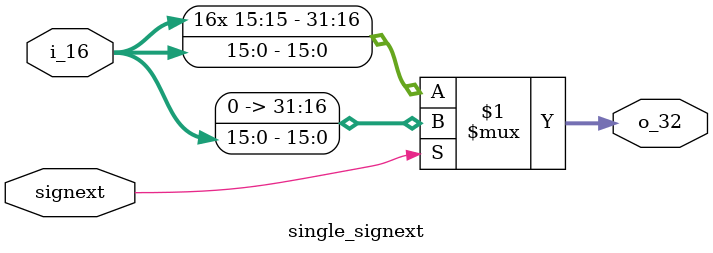
<source format=v>
`timescale 1ns / 1ps
module single_signext(signext, i_16, o_32);
	input  wire 		signext;
	input  wire [15: 0] i_16;
	output wire [31: 0] o_32;

	assign o_32 = signext?{16'h0, i_16}:{{16{i_16[15]}}, i_16};
endmodule
</source>
